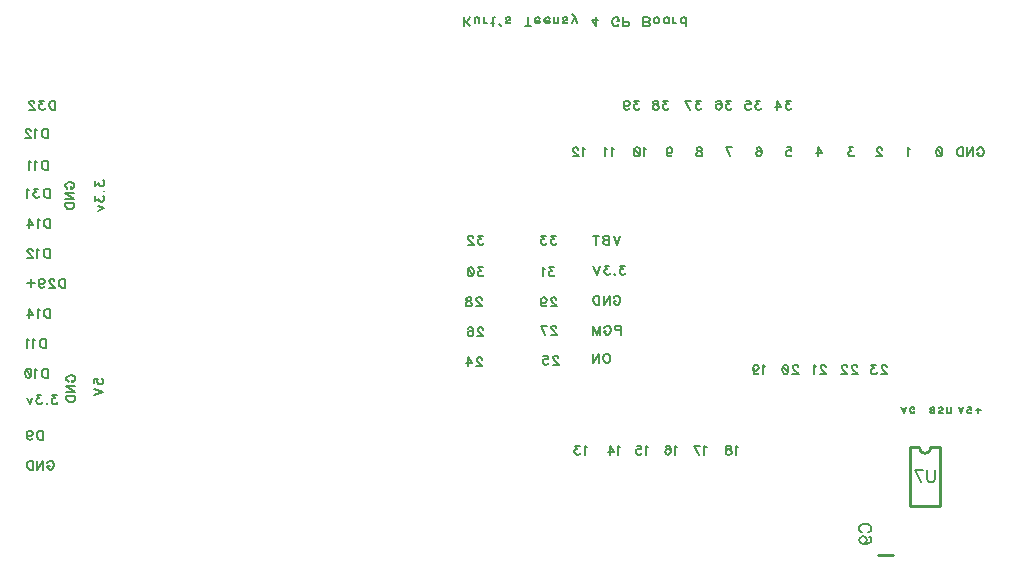
<source format=gbo>
G04 DipTrace 3.3.1.3*
G04 Teensy4.0TouchDisplayLoRaV0.2.gbo*
%MOIN*%
G04 #@! TF.FileFunction,Legend,Bot*
G04 #@! TF.Part,Single*
%ADD10C,0.009843*%
%ADD138C,0.006176*%
%ADD139C,0.007*%
%FSLAX26Y26*%
G04*
G70*
G90*
G75*
G01*
G04 BotSilk*
%LPD*%
X3386468Y521167D2*
D10*
X3437609D1*
X3594888Y879579D2*
Y682724D1*
X3492512Y879579D2*
Y682724D1*
X3594888D2*
X3492512D1*
X3563394Y879579D2*
X3594888D1*
X3524006D2*
X3492512D1*
X3563394D2*
G02X3524006Y879579I-19694J9D01*
G01*
X3333483Y596318D2*
D138*
X3329681Y598220D1*
X3325834Y602066D1*
X3323933Y605869D1*
Y613518D1*
X3325834Y617365D1*
X3329681Y621167D1*
X3333483Y623113D1*
X3339231Y625014D1*
X3348826D1*
X3354530Y623113D1*
X3358377Y621167D1*
X3362179Y617365D1*
X3364125Y613518D1*
Y605869D1*
X3362179Y602066D1*
X3358377Y598220D1*
X3354530Y596318D1*
X3337330Y559074D2*
X3343078Y561019D1*
X3346925Y564822D1*
X3348826Y570570D1*
Y572471D1*
X3346925Y578219D1*
X3343078Y582021D1*
X3337330Y583967D1*
X3335429D1*
X3329681Y582021D1*
X3325878Y578219D1*
X3323977Y572471D1*
Y570570D1*
X3325878Y564822D1*
X3329681Y561019D1*
X3337330Y559074D1*
X3346925D1*
X3356475Y561019D1*
X3362223Y564822D1*
X3364125Y570570D1*
Y574372D1*
X3362223Y580120D1*
X3358377Y582021D1*
X3576670Y803657D2*
Y774961D1*
X3574769Y769213D1*
X3570922Y765411D1*
X3565174Y763465D1*
X3561372D1*
X3555624Y765411D1*
X3551777Y769213D1*
X3549876Y774961D1*
Y803657D1*
X3529875Y763465D2*
X3510730Y803613D1*
X3537524D1*
X2008251Y2283129D2*
D139*
Y2313273D1*
X2028347Y2283129D2*
X2008251Y2303225D1*
X2015414Y2296029D2*
X2028347Y2313273D1*
X2042347Y2293177D2*
Y2307536D1*
X2043773Y2311814D1*
X2046658Y2313273D1*
X2050969D1*
X2053821Y2311814D1*
X2058132Y2307536D1*
Y2293177D2*
Y2313273D1*
X2072132Y2293177D2*
Y2313273D1*
Y2301799D2*
X2073591Y2297488D1*
X2076443Y2294603D1*
X2079328Y2293177D1*
X2083639D1*
X2101950Y2283129D2*
Y2307536D1*
X2103376Y2311814D1*
X2106261Y2313273D1*
X2109113D1*
X2097639Y2293177D2*
X2107687D1*
X2130309Y2283162D2*
X2123113Y2291784D1*
X2131735Y2284588D1*
X2130309Y2283162D1*
X2161520Y2297488D2*
X2160094Y2294603D1*
X2155783Y2293177D1*
X2151472D1*
X2147161Y2294603D1*
X2145735Y2297488D1*
X2147161Y2300340D1*
X2150046Y2301799D1*
X2157209Y2303225D1*
X2160094Y2304651D1*
X2161520Y2307536D1*
Y2308962D1*
X2160094Y2311814D1*
X2155783Y2313273D1*
X2151472D1*
X2147161Y2311814D1*
X2145735Y2308962D1*
X2219465Y2283129D2*
Y2313273D1*
X2209417Y2283129D2*
X2229513D1*
X2243513Y2301799D2*
X2260724D1*
Y2298914D1*
X2259298Y2296029D1*
X2257872Y2294603D1*
X2254987Y2293177D1*
X2250676D1*
X2247824Y2294603D1*
X2244939Y2297488D1*
X2243513Y2301799D1*
Y2304651D1*
X2244939Y2308962D1*
X2247824Y2311814D1*
X2250676Y2313273D1*
X2254987D1*
X2257872Y2311814D1*
X2260724Y2308962D1*
X2274724Y2301799D2*
X2291935D1*
Y2298914D1*
X2290509Y2296029D1*
X2289083Y2294603D1*
X2286198Y2293177D1*
X2281887D1*
X2279035Y2294603D1*
X2276150Y2297488D1*
X2274724Y2301799D1*
Y2304651D1*
X2276150Y2308962D1*
X2279035Y2311814D1*
X2281887Y2313273D1*
X2286198D1*
X2289083Y2311814D1*
X2291935Y2308962D1*
X2305935Y2293177D2*
Y2313273D1*
Y2298914D2*
X2310246Y2294603D1*
X2313131Y2293177D1*
X2317409D1*
X2320294Y2294603D1*
X2321720Y2298914D1*
Y2313273D1*
X2351505Y2297488D2*
X2350079Y2294603D1*
X2345768Y2293177D1*
X2341457D1*
X2337146Y2294603D1*
X2335720Y2297488D1*
X2337146Y2300340D1*
X2340031Y2301799D1*
X2347194Y2303225D1*
X2350079Y2304651D1*
X2351505Y2307536D1*
Y2308962D1*
X2350079Y2311814D1*
X2345768Y2313273D1*
X2341457D1*
X2337146Y2311814D1*
X2335720Y2308962D1*
X2366964Y2293177D2*
X2375553Y2313273D1*
X2372701Y2319010D1*
X2369816Y2321895D1*
X2366964Y2323321D1*
X2365505D1*
X2384175Y2293177D2*
X2375553Y2313273D1*
X2446431D2*
Y2283162D1*
X2432072Y2303225D1*
X2453594D1*
X2523013Y2290292D2*
X2521587Y2287440D1*
X2518702Y2284555D1*
X2515850Y2283129D1*
X2510113D1*
X2507228Y2284555D1*
X2504376Y2287440D1*
X2502917Y2290292D1*
X2501491Y2294603D1*
Y2301799D1*
X2502917Y2306077D1*
X2504376Y2308962D1*
X2507228Y2311814D1*
X2510113Y2313273D1*
X2515850D1*
X2518702Y2311814D1*
X2521587Y2308962D1*
X2523013Y2306077D1*
Y2301799D1*
X2515850D1*
X2537013Y2298914D2*
X2549946D1*
X2554224Y2297488D1*
X2555683Y2296029D1*
X2557109Y2293177D1*
Y2288866D1*
X2555683Y2286014D1*
X2554224Y2284555D1*
X2549946Y2283129D1*
X2537013D1*
Y2313273D1*
X2605006Y2283129D2*
Y2313273D1*
X2617939D1*
X2622250Y2311814D1*
X2623676Y2310388D1*
X2625102Y2307536D1*
Y2303225D1*
X2623676Y2300340D1*
X2622250Y2298914D1*
X2617939Y2297488D1*
X2622250Y2296029D1*
X2623676Y2294603D1*
X2625102Y2291751D1*
Y2288866D1*
X2623676Y2286014D1*
X2622250Y2284555D1*
X2617939Y2283129D1*
X2605006D1*
Y2297488D2*
X2617939D1*
X2646265Y2293177D2*
X2643413Y2294603D1*
X2640528Y2297488D1*
X2639102Y2301799D1*
Y2304651D1*
X2640528Y2308962D1*
X2643413Y2311814D1*
X2646265Y2313273D1*
X2650576D1*
X2653461Y2311814D1*
X2656313Y2308962D1*
X2657772Y2304651D1*
Y2301799D1*
X2656313Y2297488D1*
X2653461Y2294603D1*
X2650576Y2293177D1*
X2646265D1*
X2688983D2*
Y2313273D1*
Y2297488D2*
X2686131Y2294603D1*
X2683246Y2293177D1*
X2678968D1*
X2676083Y2294603D1*
X2673231Y2297488D1*
X2671772Y2301799D1*
Y2304651D1*
X2673231Y2308962D1*
X2676083Y2311814D1*
X2678968Y2313273D1*
X2683246D1*
X2686131Y2311814D1*
X2688983Y2308962D1*
X2702983Y2293177D2*
Y2313273D1*
Y2301799D2*
X2704442Y2297488D1*
X2707294Y2294603D1*
X2710179Y2293177D1*
X2714490D1*
X2745701Y2283129D2*
Y2313273D1*
Y2297488D2*
X2742849Y2294603D1*
X2739964Y2293177D1*
X2735653D1*
X2732801Y2294603D1*
X2729916Y2297488D1*
X2728490Y2301799D1*
Y2304651D1*
X2729916Y2308962D1*
X2732801Y2311814D1*
X2735653Y2313273D1*
X2739964D1*
X2742849Y2311814D1*
X2745701Y2308962D1*
X644471Y2035667D2*
Y2005523D1*
X634423D1*
X630112Y2006983D1*
X627227Y2009834D1*
X625801Y2012720D1*
X624375Y2016997D1*
Y2024193D1*
X625801Y2028505D1*
X627227Y2031356D1*
X630112Y2034241D1*
X634423Y2035667D1*
X644471D1*
X607490Y2035634D2*
X591738D1*
X600327Y2024160D1*
X596016D1*
X593164Y2022734D1*
X591738Y2021308D1*
X590279Y2016997D1*
Y2014145D1*
X591738Y2009834D1*
X594590Y2006949D1*
X598901Y2005523D1*
X603212D1*
X607490Y2006949D1*
X608916Y2008409D1*
X610375Y2011260D1*
X574820Y2028471D2*
Y2029897D1*
X573394Y2032782D1*
X571968Y2034208D1*
X569083Y2035634D1*
X563346D1*
X560494Y2034208D1*
X559068Y2032782D1*
X557609Y2029897D1*
Y2027045D1*
X559068Y2024160D1*
X561920Y2019882D1*
X576279Y2005523D1*
X556183D1*
X619072Y1941927D2*
Y1911783D1*
X609024D1*
X604713Y1913242D1*
X601828Y1916094D1*
X600402Y1918979D1*
X598976Y1923257D1*
Y1930453D1*
X600402Y1934764D1*
X601828Y1937616D1*
X604713Y1940501D1*
X609024Y1941927D1*
X619072D1*
X584976Y1936157D2*
X582091Y1937616D1*
X577780Y1941894D1*
Y1911783D1*
X562321Y1934731D2*
Y1936157D1*
X560895Y1939042D1*
X559469Y1940468D1*
X556584Y1941894D1*
X550847D1*
X547995Y1940468D1*
X546569Y1939042D1*
X545110Y1936157D1*
Y1933305D1*
X546569Y1930420D1*
X549421Y1926142D1*
X563780Y1911783D1*
X543684D1*
X618671Y1835688D2*
Y1805544D1*
X608623D1*
X604312Y1807004D1*
X601427Y1809855D1*
X600001Y1812741D1*
X598575Y1817018D1*
Y1824214D1*
X600001Y1828526D1*
X601427Y1831377D1*
X604312Y1834262D1*
X608623Y1835688D1*
X618671D1*
X584575Y1829918D2*
X581690Y1831377D1*
X577379Y1835655D1*
Y1805544D1*
X563379Y1829918D2*
X560494Y1831377D1*
X556183Y1835655D1*
Y1805544D1*
X625322Y1741948D2*
Y1711804D1*
X615274D1*
X610963Y1713263D1*
X608078Y1716115D1*
X606652Y1719000D1*
X605226Y1723278D1*
Y1730474D1*
X606652Y1734785D1*
X608078Y1737637D1*
X610963Y1740522D1*
X615274Y1741948D1*
X625322D1*
X588341Y1741915D2*
X572589D1*
X581178Y1730441D1*
X576867D1*
X574015Y1729015D1*
X572589Y1727589D1*
X571130Y1723278D1*
Y1720426D1*
X572589Y1716115D1*
X575441Y1713230D1*
X579752Y1711804D1*
X584063D1*
X588341Y1713230D1*
X589767Y1714689D1*
X591226Y1717541D1*
X557130Y1736178D2*
X554245Y1737637D1*
X549934Y1741915D1*
Y1711804D1*
X626748Y1641959D2*
Y1611815D1*
X616700D1*
X612389Y1613274D1*
X609504Y1616126D1*
X608078Y1619011D1*
X606652Y1623289D1*
Y1630485D1*
X608078Y1634796D1*
X609504Y1637648D1*
X612389Y1640533D1*
X616700Y1641959D1*
X626748D1*
X592652Y1636189D2*
X589767Y1637648D1*
X585456Y1641926D1*
Y1611815D1*
X557097D2*
Y1641926D1*
X571456Y1621863D1*
X549934D1*
X625322Y1541969D2*
Y1511825D1*
X615274D1*
X610963Y1513284D1*
X608078Y1516136D1*
X606652Y1519021D1*
X605226Y1523299D1*
Y1530495D1*
X606652Y1534806D1*
X608078Y1537658D1*
X610963Y1540543D1*
X615274Y1541969D1*
X625322D1*
X591226Y1536199D2*
X588341Y1537658D1*
X584030Y1541936D1*
Y1511825D1*
X568570Y1534773D2*
Y1536199D1*
X567145Y1539084D1*
X565719Y1540510D1*
X562834Y1541936D1*
X557097D1*
X554245Y1540510D1*
X552819Y1539084D1*
X551360Y1536199D1*
Y1533347D1*
X552819Y1530462D1*
X555671Y1526184D1*
X570030Y1511825D1*
X549934D1*
X676629Y1441980D2*
Y1411836D1*
X666581D1*
X662270Y1413295D1*
X659385Y1416147D1*
X657959Y1419032D1*
X656533Y1423310D1*
Y1430506D1*
X657959Y1434817D1*
X659385Y1437669D1*
X662270Y1440554D1*
X666581Y1441980D1*
X676629D1*
X641074Y1434784D2*
Y1436210D1*
X639648Y1439095D1*
X638222Y1440521D1*
X635337Y1441947D1*
X629600D1*
X626748Y1440521D1*
X625322Y1439095D1*
X623863Y1436210D1*
Y1433358D1*
X625322Y1430473D1*
X628174Y1426195D1*
X642533Y1411836D1*
X622437D1*
X589767Y1431932D2*
X591226Y1427621D1*
X594078Y1424736D1*
X598389Y1423310D1*
X599815D1*
X604126Y1424736D1*
X606978Y1427621D1*
X608437Y1431932D1*
Y1433358D1*
X606978Y1437669D1*
X604126Y1440521D1*
X599815Y1441947D1*
X598389D1*
X594078Y1440521D1*
X591226Y1437669D1*
X589767Y1431932D1*
Y1424736D1*
X591226Y1417573D1*
X594078Y1413262D1*
X598389Y1411836D1*
X601241D1*
X605552Y1413262D1*
X606978Y1416147D1*
X562867Y1439808D2*
Y1413975D1*
X575767Y1426875D2*
X549934D1*
X626748Y1341990D2*
Y1311846D1*
X616700D1*
X612389Y1313305D1*
X609504Y1316157D1*
X608078Y1319042D1*
X606652Y1323320D1*
Y1330516D1*
X608078Y1334827D1*
X609504Y1337679D1*
X612389Y1340564D1*
X616700Y1341990D1*
X626748D1*
X592652Y1336220D2*
X589767Y1337679D1*
X585456Y1341957D1*
Y1311846D1*
X557097D2*
Y1341957D1*
X571456Y1321894D1*
X549934D1*
X612422Y1242001D2*
Y1211857D1*
X602374D1*
X598063Y1213316D1*
X595178Y1216168D1*
X593752Y1219053D1*
X592326Y1223331D1*
Y1230527D1*
X593752Y1234838D1*
X595178Y1237690D1*
X598063Y1240575D1*
X602374Y1242001D1*
X612422D1*
X578326Y1236231D2*
X575441Y1237690D1*
X571130Y1241968D1*
Y1211857D1*
X557130Y1236231D2*
X554245Y1237690D1*
X549934Y1241968D1*
Y1211857D1*
X619072Y1142011D2*
Y1111867D1*
X609024D1*
X604713Y1113326D1*
X601828Y1116178D1*
X600402Y1119063D1*
X598976Y1123341D1*
Y1130537D1*
X600402Y1134848D1*
X601828Y1137700D1*
X604713Y1140585D1*
X609024Y1142011D1*
X619072D1*
X584976Y1136241D2*
X582091Y1137700D1*
X577780Y1141978D1*
Y1111867D1*
X555158Y1141978D2*
X559469Y1140552D1*
X562354Y1136241D1*
X563780Y1129078D1*
Y1124767D1*
X562354Y1117604D1*
X559469Y1113293D1*
X555158Y1111867D1*
X552306D1*
X547995Y1113293D1*
X545143Y1117604D1*
X543684Y1124767D1*
Y1129078D1*
X545143Y1136241D1*
X547995Y1140552D1*
X552306Y1141978D1*
X555158D1*
X545143Y1136241D2*
X562354Y1117604D1*
X649337Y1054487D2*
X633585D1*
X642174Y1043013D1*
X637863D1*
X635011Y1041587D1*
X633585Y1040161D1*
X632126Y1035850D1*
Y1032999D1*
X633585Y1028687D1*
X636437Y1025802D1*
X640748Y1024376D1*
X645059D1*
X649337Y1025802D1*
X650762Y1027262D1*
X652222Y1030113D1*
X616700Y1027262D2*
X618126Y1025802D1*
X616700Y1024376D1*
X615241Y1025802D1*
X616700Y1027262D1*
X598355Y1054487D2*
X582604D1*
X591193Y1043013D1*
X586882D1*
X584030Y1041587D1*
X582604Y1040161D1*
X581145Y1035850D1*
Y1032999D1*
X582604Y1028687D1*
X585456Y1025802D1*
X589767Y1024376D1*
X594078D1*
X598355Y1025802D1*
X599781Y1027262D1*
X601241Y1030113D1*
X567145Y1044472D2*
X558522Y1024376D1*
X549934Y1044472D1*
X602700Y935783D2*
Y905639D1*
X592652D1*
X588341Y907098D1*
X585456Y909950D1*
X584030Y912835D1*
X582604Y917113D1*
Y924309D1*
X584030Y928620D1*
X585456Y931472D1*
X588341Y934357D1*
X592652Y935783D1*
X602700D1*
X549934Y925735D2*
X551393Y921424D1*
X554245Y918539D1*
X558556Y917113D1*
X559982D1*
X564293Y918539D1*
X567145Y921424D1*
X568604Y925735D1*
Y927161D1*
X567145Y931472D1*
X564293Y934324D1*
X559982Y935750D1*
X558556D1*
X554245Y934324D1*
X551393Y931472D1*
X549934Y925735D1*
Y918539D1*
X551393Y911376D1*
X554245Y907065D1*
X558556Y905639D1*
X561408D1*
X565719Y907065D1*
X567145Y909950D1*
X618126Y828630D2*
X619552Y831482D1*
X622437Y834367D1*
X625289Y835793D1*
X631026D1*
X633911Y834367D1*
X636762Y831482D1*
X638222Y828630D1*
X639648Y824319D1*
Y817123D1*
X638222Y812846D1*
X636762Y809960D1*
X633911Y807109D1*
X631026Y805649D1*
X625289D1*
X622437Y807109D1*
X619552Y809960D1*
X618126Y812846D1*
Y817123D1*
X625289D1*
X584030Y835793D2*
Y805649D1*
X604126Y835793D1*
Y805649D1*
X570030Y835793D2*
Y805649D1*
X559982D1*
X555671Y807109D1*
X552786Y809960D1*
X551360Y812846D1*
X549934Y817123D1*
Y824319D1*
X551360Y828630D1*
X552786Y831482D1*
X555671Y834367D1*
X559982Y835793D1*
X570030D1*
X2416034Y880018D2*
X2413149Y881477D1*
X2408838Y885755D1*
Y855644D1*
X2391953Y885755D2*
X2376201D1*
X2384790Y874281D1*
X2380479D1*
X2377627Y872855D1*
X2376201Y871429D1*
X2374742Y867118D1*
Y864266D1*
X2376201Y859955D1*
X2379053Y857070D1*
X2383364Y855644D1*
X2387675D1*
X2391953Y857070D1*
X2393379Y858529D1*
X2394838Y861381D1*
X2528257Y880018D2*
X2525372Y881477D1*
X2521061Y885755D1*
Y855644D1*
X2492702D2*
Y885755D1*
X2507061Y865692D1*
X2485539D1*
X2620304Y880018D2*
X2617419Y881477D1*
X2613108Y885755D1*
Y855644D1*
X2581897Y885755D2*
X2596223D1*
X2597649Y872855D1*
X2596223Y874281D1*
X2591912Y875740D1*
X2587634D1*
X2583323Y874281D1*
X2580438Y871429D1*
X2579012Y867118D1*
Y864266D1*
X2580438Y859955D1*
X2583323Y857070D1*
X2587634Y855644D1*
X2591912D1*
X2596223Y857070D1*
X2597649Y858529D1*
X2599108Y861381D1*
X2717143Y880018D2*
X2714258Y881477D1*
X2709947Y885755D1*
Y855644D1*
X2678736Y881477D2*
X2680162Y884329D1*
X2684473Y885755D1*
X2687325D1*
X2691636Y884329D1*
X2694521Y880018D1*
X2695947Y872855D1*
Y865692D1*
X2694521Y859955D1*
X2691636Y857070D1*
X2687325Y855644D1*
X2685899D1*
X2681621Y857070D1*
X2678736Y859955D1*
X2677310Y864266D1*
Y865692D1*
X2678736Y870003D1*
X2681621Y872855D1*
X2685899Y874281D1*
X2687325D1*
X2691636Y872855D1*
X2694521Y870003D1*
X2695947Y865692D1*
X2815441Y880018D2*
X2812556Y881477D1*
X2808245Y885755D1*
Y855644D1*
X2788508D2*
X2774149Y885755D1*
X2794245D1*
X2919955Y880018D2*
X2917070Y881477D1*
X2912759Y885755D1*
Y855644D1*
X2891596Y885755D2*
X2895874Y884329D1*
X2897333Y881477D1*
Y878592D1*
X2895874Y875740D1*
X2893022Y874281D1*
X2887285Y872855D1*
X2882974Y871429D1*
X2880122Y868544D1*
X2878696Y865692D1*
Y861381D1*
X2880122Y858529D1*
X2881548Y857070D1*
X2885859Y855644D1*
X2891596D1*
X2895874Y857070D1*
X2897333Y858529D1*
X2898759Y861381D1*
Y865692D1*
X2897333Y868544D1*
X2894448Y871429D1*
X2890170Y872855D1*
X2884433Y874281D1*
X2881548Y875740D1*
X2880122Y878592D1*
Y881477D1*
X2881548Y884329D1*
X2885859Y885755D1*
X2891596D1*
X3010577Y1148740D2*
X3007692Y1150199D1*
X3003381Y1154477D1*
Y1124366D1*
X2970710Y1144462D2*
X2972170Y1140151D1*
X2975022Y1137266D1*
X2979333Y1135840D1*
X2980758D1*
X2985070Y1137266D1*
X2987921Y1140151D1*
X2989381Y1144462D1*
Y1145888D1*
X2987921Y1150199D1*
X2985070Y1153051D1*
X2980758Y1154477D1*
X2979333D1*
X2975022Y1153051D1*
X2972170Y1150199D1*
X2970710Y1144462D1*
Y1137266D1*
X2972170Y1130103D1*
X2975022Y1125792D1*
X2979333Y1124366D1*
X2982184D1*
X2986495Y1125792D1*
X2987921Y1128677D1*
X3120315Y1147314D2*
Y1148740D1*
X3118889Y1151625D1*
X3117463Y1153051D1*
X3114578Y1154477D1*
X3108841D1*
X3105989Y1153051D1*
X3104563Y1151625D1*
X3103104Y1148740D1*
Y1145888D1*
X3104563Y1143003D1*
X3107415Y1138725D1*
X3121774Y1124366D1*
X3101678D1*
X3079056Y1154477D2*
X3083367Y1153051D1*
X3086252Y1148740D1*
X3087678Y1141577D1*
Y1137266D1*
X3086252Y1130103D1*
X3083367Y1125792D1*
X3079056Y1124366D1*
X3076204D1*
X3071893Y1125792D1*
X3069041Y1130103D1*
X3067582Y1137266D1*
Y1141577D1*
X3069041Y1148740D1*
X3071893Y1153051D1*
X3076204Y1154477D1*
X3079056D1*
X3069041Y1148740D2*
X3086252Y1130103D1*
X3212362Y1147314D2*
Y1148740D1*
X3210936Y1151625D1*
X3209510Y1153051D1*
X3206625Y1154477D1*
X3200888D1*
X3198037Y1153051D1*
X3196611Y1151625D1*
X3195151Y1148740D1*
Y1145888D1*
X3196611Y1143003D1*
X3199462Y1138725D1*
X3213821Y1124366D1*
X3193725D1*
X3179725Y1148740D2*
X3176840Y1150199D1*
X3172529Y1154477D1*
Y1124366D1*
X3317311Y1147314D2*
Y1148740D1*
X3315885Y1151625D1*
X3314459Y1153051D1*
X3311574Y1154477D1*
X3305837D1*
X3302985Y1153051D1*
X3301559Y1151625D1*
X3300100Y1148740D1*
Y1145888D1*
X3301559Y1143003D1*
X3304411Y1138725D1*
X3318770Y1124366D1*
X3298674D1*
X3283215Y1147314D2*
Y1148740D1*
X3281789Y1151625D1*
X3280363Y1153051D1*
X3277478Y1154477D1*
X3271741D1*
X3268889Y1153051D1*
X3267463Y1151625D1*
X3266004Y1148740D1*
Y1145888D1*
X3267463Y1143003D1*
X3270315Y1138725D1*
X3284674Y1124366D1*
X3264578D1*
X3629498Y1012737D2*
Y998389D1*
X3628548Y995515D1*
X3626624Y993614D1*
X3623750Y992641D1*
X3621849D1*
X3618975Y993614D1*
X3617052Y995515D1*
X3616101Y998389D1*
Y1012737D1*
X3588704Y1009863D2*
X3590605Y1011787D1*
X3593479Y1012737D1*
X3597304D1*
X3600178Y1011787D1*
X3602101Y1009863D1*
Y1007962D1*
X3601128Y1006039D1*
X3600178Y1005088D1*
X3598276Y1004137D1*
X3592528Y1002214D1*
X3590605Y1001263D1*
X3589654Y1000291D1*
X3588704Y998389D1*
Y995515D1*
X3590605Y993614D1*
X3593479Y992641D1*
X3597304D1*
X3600178Y993614D1*
X3602101Y995515D1*
X3574704Y1012737D2*
Y992641D1*
X3566082D1*
X3563208Y993614D1*
X3562257Y994565D1*
X3561306Y996466D1*
Y999340D1*
X3562257Y1001263D1*
X3563208Y1002214D1*
X3566082Y1003165D1*
X3563208Y1004137D1*
X3562257Y1005088D1*
X3561306Y1006989D1*
Y1008913D1*
X3562257Y1010814D1*
X3563208Y1011787D1*
X3566082Y1012737D1*
X3574704D1*
Y1003165D2*
X3566082D1*
X3479939Y1014835D2*
X3472267Y994739D1*
X3464618Y1014835D1*
X3467492Y1008136D2*
X3477065D1*
X3508286Y999514D2*
X3507336Y997613D1*
X3505412Y995689D1*
X3503511Y994739D1*
X3499687D1*
X3497763Y995689D1*
X3495862Y997613D1*
X3494889Y999514D1*
X3493939Y1002388D1*
Y1007186D1*
X3494889Y1010037D1*
X3495862Y1011961D1*
X3497763Y1013862D1*
X3499687Y1014835D1*
X3503511D1*
X3505412Y1013862D1*
X3507336Y1011961D1*
X3508286Y1010037D1*
Y1007185D1*
X3503511Y1007186D1*
X3416009Y1147314D2*
Y1148740D1*
X3414583Y1151625D1*
X3413157Y1153051D1*
X3410272Y1154477D1*
X3404535D1*
X3401683Y1153051D1*
X3400257Y1151625D1*
X3398798Y1148740D1*
Y1145888D1*
X3400257Y1143003D1*
X3403109Y1138725D1*
X3417468Y1124366D1*
X3397372D1*
X3380487Y1154477D2*
X3364735D1*
X3373324Y1143003D1*
X3369013D1*
X3366161Y1141577D1*
X3364735Y1140151D1*
X3363276Y1135840D1*
Y1132988D1*
X3364735Y1128677D1*
X3367587Y1125792D1*
X3371898Y1124366D1*
X3376209D1*
X3380487Y1125792D1*
X3381913Y1127251D1*
X3383372Y1130103D1*
X3720501Y1011947D2*
Y994725D1*
X3729101Y1003325D2*
X3711879D1*
X3686405Y1013373D2*
X3695956D1*
X3696906Y1004773D1*
X3695956Y1005723D1*
X3693081Y1006696D1*
X3690230D1*
X3687356Y1005723D1*
X3685432Y1003822D1*
X3684482Y1000948D1*
Y999047D1*
X3685432Y996173D1*
X3687356Y994249D1*
X3690230Y993299D1*
X3693081D1*
X3695956Y994249D1*
X3696906Y995222D1*
X3697879Y997123D1*
X3670482Y1013395D2*
X3662832Y993299D1*
X3655183Y1013395D1*
X3186585Y1849290D2*
Y1879401D1*
X3200944Y1859338D1*
X3179422D1*
X3082225Y1879401D2*
X3096551D1*
X3097977Y1866501D1*
X3096551Y1867927D1*
X3092240Y1869386D1*
X3087962D1*
X3083651Y1867927D1*
X3080766Y1865075D1*
X3079340Y1860764D1*
Y1857912D1*
X3080766Y1853601D1*
X3083651Y1850716D1*
X3087962Y1849290D1*
X3092240D1*
X3096551Y1850716D1*
X3097977Y1852175D1*
X3099436Y1855027D1*
X2982144Y1875123D2*
X2983570Y1877975D1*
X2987881Y1879401D1*
X2990733D1*
X2995044Y1877975D1*
X2997929Y1873664D1*
X2999355Y1866501D1*
Y1859338D1*
X2997929Y1853601D1*
X2995044Y1850716D1*
X2990733Y1849290D1*
X2989307D1*
X2985029Y1850716D1*
X2982144Y1853601D1*
X2980718Y1857912D1*
Y1859338D1*
X2982144Y1863649D1*
X2985029Y1866501D1*
X2989307Y1867927D1*
X2990733D1*
X2995044Y1866501D1*
X2997929Y1863649D1*
X2999355Y1859338D1*
X2894995Y1849290D2*
X2880636Y1879401D1*
X2900732D1*
X2793487D2*
X2797765Y1877975D1*
X2799224Y1875123D1*
Y1872238D1*
X2797765Y1869386D1*
X2794913Y1867927D1*
X2789176Y1866501D1*
X2784865Y1865075D1*
X2782013Y1862190D1*
X2780587Y1859338D1*
Y1855027D1*
X2782013Y1852175D1*
X2783439Y1850716D1*
X2787750Y1849290D1*
X2793487D1*
X2797765Y1850716D1*
X2799224Y1852175D1*
X2800650Y1855027D1*
Y1859338D1*
X2799224Y1862190D1*
X2796339Y1865075D1*
X2792061Y1866501D1*
X2786324Y1867927D1*
X2783439Y1869386D1*
X2782013Y1872238D1*
Y1875123D1*
X2783439Y1877975D1*
X2787750Y1879401D1*
X2793487D1*
X2681931Y1869386D2*
X2683390Y1865075D1*
X2686242Y1862190D1*
X2690553Y1860764D1*
X2691979D1*
X2696290Y1862190D1*
X2699142Y1865075D1*
X2700601Y1869386D1*
Y1870812D1*
X2699142Y1875123D1*
X2696290Y1877975D1*
X2691979Y1879401D1*
X2690553D1*
X2686242Y1877975D1*
X2683390Y1875123D1*
X2681931Y1869386D1*
Y1862190D1*
X2683390Y1855027D1*
X2686242Y1850716D1*
X2690553Y1849290D1*
X2693405D1*
X2697716Y1850716D1*
X2699142Y1853601D1*
X2614444Y1873664D2*
X2611558Y1875123D1*
X2607247Y1879401D1*
Y1849290D1*
X2584625Y1879401D2*
X2588936Y1877975D1*
X2591821Y1873664D1*
X2593247Y1866501D1*
Y1862190D1*
X2591821Y1855027D1*
X2588936Y1850716D1*
X2584625Y1849290D1*
X2581773D1*
X2577462Y1850716D1*
X2574611Y1855027D1*
X2573151Y1862190D1*
Y1866501D1*
X2574611Y1873664D1*
X2577462Y1877975D1*
X2581773Y1879401D1*
X2584625D1*
X2574611Y1873664D2*
X2591821Y1855027D1*
X2505664Y1873664D2*
X2502779Y1875123D1*
X2498468Y1879401D1*
Y1849290D1*
X2484468Y1873664D2*
X2481583Y1875123D1*
X2477272Y1879401D1*
Y1849290D1*
X2409785Y1873664D2*
X2406900Y1875123D1*
X2402589Y1879401D1*
Y1849290D1*
X2387130Y1872238D2*
Y1873664D1*
X2385704Y1876549D1*
X2384278Y1877975D1*
X2381393Y1879401D1*
X2375656D1*
X2372804Y1877975D1*
X2371378Y1876549D1*
X2369919Y1873664D1*
Y1870812D1*
X2371378Y1867927D1*
X2374230Y1863649D1*
X2388589Y1849290D1*
X2368493D1*
X3304390Y1879401D2*
X3288638D1*
X3297227Y1867927D1*
X3292916D1*
X3290064Y1866501D1*
X3288638Y1865075D1*
X3287179Y1860764D1*
Y1857912D1*
X3288638Y1853601D1*
X3291490Y1850716D1*
X3295801Y1849290D1*
X3300112D1*
X3304390Y1850716D1*
X3305816Y1852175D1*
X3307275Y1855027D1*
X3399648Y1872238D2*
Y1873664D1*
X3398222Y1876549D1*
X3396796Y1877975D1*
X3393911Y1879401D1*
X3388174D1*
X3385322Y1877975D1*
X3383896Y1876549D1*
X3382437Y1873664D1*
Y1870812D1*
X3383896Y1867927D1*
X3386748Y1863649D1*
X3401107Y1849290D1*
X3381011D1*
X3494538Y1873664D2*
X3491653Y1875123D1*
X3487342Y1879401D1*
Y1849290D1*
X3592247Y1879401D2*
X3596558Y1877975D1*
X3599444Y1873664D1*
X3600869Y1866501D1*
Y1862190D1*
X3599444Y1855027D1*
X3596558Y1850716D1*
X3592247Y1849290D1*
X3589396D1*
X3585085Y1850716D1*
X3582233Y1855027D1*
X3580773Y1862190D1*
Y1866501D1*
X3582233Y1873664D1*
X3585085Y1877975D1*
X3589396Y1879401D1*
X3592247D1*
X3582233Y1873664D2*
X3599444Y1855027D1*
X3717800Y1872271D2*
X3719226Y1875123D1*
X3722111Y1878008D1*
X3724963Y1879434D1*
X3730700D1*
X3733585Y1878008D1*
X3736437Y1875123D1*
X3737896Y1872271D1*
X3739322Y1867960D1*
Y1860764D1*
X3737896Y1856486D1*
X3736437Y1853601D1*
X3733585Y1850749D1*
X3730700Y1849290D1*
X3724963D1*
X3722111Y1850749D1*
X3719226Y1853601D1*
X3717800Y1856486D1*
Y1860764D1*
X3724963D1*
X3683704Y1879434D2*
Y1849290D1*
X3703800Y1879434D1*
Y1849290D1*
X3669704Y1879434D2*
Y1849290D1*
X3659656D1*
X3655345Y1850749D1*
X3652460Y1853601D1*
X3651034Y1856486D1*
X3649608Y1860764D1*
Y1867960D1*
X3651034Y1872271D1*
X3652460Y1875123D1*
X3655345Y1878008D1*
X3659656Y1879434D1*
X3669704D1*
X2066439Y1172311D2*
Y1173737D1*
X2065013Y1176622D1*
X2063587Y1178048D1*
X2060702Y1179474D1*
X2054965D1*
X2052113Y1178048D1*
X2050687Y1176622D1*
X2049228Y1173737D1*
Y1170885D1*
X2050687Y1168000D1*
X2053539Y1163722D1*
X2067898Y1149363D1*
X2047802D1*
X2019443D2*
Y1179474D1*
X2033802Y1159411D1*
X2012280D1*
X2321236Y1178561D2*
Y1179987D1*
X2319810Y1182872D1*
X2318384Y1184298D1*
X2315499Y1185724D1*
X2309762D1*
X2306910Y1184298D1*
X2305484Y1182872D1*
X2304025Y1179987D1*
Y1177135D1*
X2305484Y1174250D1*
X2308336Y1169972D1*
X2322695Y1155613D1*
X2302599D1*
X2271388Y1185724D2*
X2285714D1*
X2287140Y1172824D1*
X2285714Y1174250D1*
X2281403Y1175709D1*
X2277125D1*
X2272814Y1174250D1*
X2269929Y1171398D1*
X2268503Y1167087D1*
Y1164235D1*
X2269929Y1159924D1*
X2272814Y1157039D1*
X2277125Y1155613D1*
X2281403D1*
X2285714Y1157039D1*
X2287140Y1158498D1*
X2288599Y1161350D1*
X2069803Y1272301D2*
Y1273727D1*
X2068377Y1276612D1*
X2066951Y1278038D1*
X2064066Y1279464D1*
X2058329D1*
X2055477Y1278038D1*
X2054051Y1276612D1*
X2052592Y1273727D1*
Y1270875D1*
X2054051Y1267990D1*
X2056903Y1263712D1*
X2071262Y1249353D1*
X2051166D1*
X2019955Y1275186D2*
X2021381Y1278038D1*
X2025692Y1279464D1*
X2028544D1*
X2032855Y1278038D1*
X2035740Y1273727D1*
X2037166Y1266564D1*
Y1259401D1*
X2035740Y1253664D1*
X2032855Y1250779D1*
X2028544Y1249353D1*
X2027118D1*
X2022840Y1250779D1*
X2019955Y1253664D1*
X2018529Y1257975D1*
Y1259401D1*
X2019955Y1263712D1*
X2022840Y1266564D1*
X2027118Y1267990D1*
X2028544D1*
X2032855Y1266564D1*
X2035740Y1263712D1*
X2037166Y1259401D1*
X2314987Y1278550D2*
Y1279976D1*
X2313561Y1282861D1*
X2312135Y1284287D1*
X2309250Y1285713D1*
X2303513D1*
X2300661Y1284287D1*
X2299235Y1282861D1*
X2297776Y1279976D1*
Y1277124D1*
X2299235Y1274239D1*
X2302087Y1269961D1*
X2316446Y1255602D1*
X2296350D1*
X2276613D2*
X2262254Y1285713D1*
X2282350D1*
X2306910Y1479443D2*
X2291158D1*
X2299747Y1467969D1*
X2295436D1*
X2292584Y1466543D1*
X2291158Y1465117D1*
X2289699Y1460806D1*
Y1457954D1*
X2291158Y1453643D1*
X2294010Y1450758D1*
X2298321Y1449332D1*
X2302632D1*
X2306910Y1450758D1*
X2308336Y1452217D1*
X2309795Y1455069D1*
X2275699Y1473706D2*
X2272814Y1475165D1*
X2268503Y1479443D1*
Y1449332D1*
X2069836Y1585682D2*
X2054085D1*
X2062673Y1574208D1*
X2058362D1*
X2055510Y1572782D1*
X2054085Y1571356D1*
X2052625Y1567045D1*
Y1564193D1*
X2054085Y1559882D1*
X2056936Y1556997D1*
X2061247Y1555571D1*
X2065558D1*
X2069836Y1556997D1*
X2071262Y1558456D1*
X2072721Y1561308D1*
X2037166Y1578519D2*
Y1579945D1*
X2035740Y1582830D1*
X2034314Y1584256D1*
X2031429Y1585682D1*
X2025692D1*
X2022840Y1584256D1*
X2021414Y1582830D1*
X2019955Y1579945D1*
Y1577093D1*
X2021414Y1574208D1*
X2024266Y1569930D1*
X2038625Y1555571D1*
X2018529D1*
X2313561Y1585682D2*
X2297809D1*
X2306398Y1574208D1*
X2302087D1*
X2299235Y1572782D1*
X2297809Y1571356D1*
X2296350Y1567045D1*
Y1564193D1*
X2297809Y1559882D1*
X2300661Y1556997D1*
X2304972Y1555571D1*
X2309283D1*
X2313561Y1556997D1*
X2314987Y1558456D1*
X2316446Y1561308D1*
X2279465Y1585682D2*
X2263713D1*
X2272302Y1574208D1*
X2267991D1*
X2265139Y1572782D1*
X2263713Y1571356D1*
X2262254Y1567045D1*
Y1564193D1*
X2263713Y1559882D1*
X2266565Y1556997D1*
X2270876Y1555571D1*
X2275187D1*
X2279465Y1556997D1*
X2280891Y1558456D1*
X2282350Y1561308D1*
X2065465Y1372290D2*
Y1373716D1*
X2064039Y1376601D1*
X2062613Y1378027D1*
X2059728Y1379453D1*
X2053991D1*
X2051139Y1378027D1*
X2049714Y1376601D1*
X2048254Y1373716D1*
Y1370864D1*
X2049714Y1367979D1*
X2052565Y1363701D1*
X2066924Y1349342D1*
X2046828D1*
X2025666Y1379453D2*
X2029943Y1378027D1*
X2031403Y1375175D1*
Y1372290D1*
X2029943Y1369438D1*
X2027091Y1367979D1*
X2021355Y1366553D1*
X2017043Y1365127D1*
X2014192Y1362242D1*
X2012766Y1359390D1*
Y1355079D1*
X2014192Y1352227D1*
X2015618Y1350768D1*
X2019929Y1349342D1*
X2025666D1*
X2029943Y1350768D1*
X2031403Y1352227D1*
X2032828Y1355079D1*
Y1359390D1*
X2031403Y1362242D1*
X2028517Y1365127D1*
X2024240Y1366553D1*
X2018503Y1367979D1*
X2015618Y1369438D1*
X2014192Y1372290D1*
Y1375175D1*
X2015618Y1378027D1*
X2019929Y1379453D1*
X2025666D1*
X2314500Y1372290D2*
Y1373716D1*
X2313074Y1376601D1*
X2311648Y1378027D1*
X2308763Y1379453D1*
X2303026D1*
X2300175Y1378027D1*
X2298749Y1376601D1*
X2297289Y1373716D1*
Y1370864D1*
X2298749Y1367979D1*
X2301600Y1363701D1*
X2315959Y1349342D1*
X2295863D1*
X2263193Y1369438D2*
X2264653Y1365127D1*
X2267504Y1362242D1*
X2271815Y1360816D1*
X2273241D1*
X2277552Y1362242D1*
X2280404Y1365127D1*
X2281863Y1369438D1*
Y1370864D1*
X2280404Y1375175D1*
X2277552Y1378027D1*
X2273241Y1379453D1*
X2271815D1*
X2267504Y1378027D1*
X2264653Y1375175D1*
X2263193Y1369438D1*
Y1362242D1*
X2264653Y1355079D1*
X2267504Y1350768D1*
X2271815Y1349342D1*
X2274667D1*
X2278978Y1350768D1*
X2280404Y1353653D1*
X2069836Y1479443D2*
X2054085D1*
X2062673Y1467969D1*
X2058362D1*
X2055510Y1466543D1*
X2054085Y1465117D1*
X2052625Y1460806D1*
Y1457954D1*
X2054085Y1453643D1*
X2056936Y1450758D1*
X2061247Y1449332D1*
X2065558D1*
X2069836Y1450758D1*
X2071262Y1452217D1*
X2072721Y1455069D1*
X2030003Y1479443D2*
X2034314Y1478017D1*
X2037199Y1473706D1*
X2038625Y1466543D1*
Y1462232D1*
X2037199Y1455069D1*
X2034314Y1450758D1*
X2030003Y1449332D1*
X2027151D1*
X2022840Y1450758D1*
X2019989Y1455069D1*
X2018529Y1462232D1*
Y1466543D1*
X2019989Y1473706D1*
X2022840Y1478017D1*
X2027151Y1479443D1*
X2030003D1*
X2019989Y1473706D2*
X2037199Y1455069D1*
X777961Y1767078D2*
Y1751326D1*
X789435Y1759915D1*
Y1755604D1*
X790861Y1752752D1*
X792287Y1751326D1*
X796598Y1749867D1*
X799450D1*
X803761Y1751326D1*
X806646Y1754178D1*
X808072Y1758489D1*
Y1762800D1*
X806646Y1767078D1*
X805187Y1768504D1*
X802335Y1769963D1*
X805187Y1734441D2*
X806646Y1735867D1*
X808072Y1734441D1*
X806646Y1732982D1*
X805187Y1734441D1*
X777961Y1716097D2*
Y1700345D1*
X789435Y1708934D1*
Y1704623D1*
X790861Y1701771D1*
X792287Y1700345D1*
X796598Y1698886D1*
X799450D1*
X803761Y1700345D1*
X806646Y1703197D1*
X808072Y1707508D1*
Y1711819D1*
X806646Y1716097D1*
X805187Y1717523D1*
X802335Y1718982D1*
X787976Y1684886D2*
X808072Y1676264D1*
X787976Y1667675D1*
X774087Y1092698D2*
Y1107024D1*
X786987Y1108450D1*
X785561Y1107024D1*
X784102Y1102713D1*
Y1098435D1*
X785561Y1094124D1*
X788413Y1091239D1*
X792724Y1089813D1*
X795576D1*
X799887Y1091239D1*
X802772Y1094124D1*
X804198Y1098435D1*
Y1102713D1*
X802772Y1107024D1*
X801313Y1108450D1*
X798461Y1109909D1*
X774054Y1075813D2*
X804198Y1064339D1*
X774054Y1052865D1*
X688564Y1098472D2*
X685712Y1099898D1*
X682827Y1102783D1*
X681401Y1105635D1*
Y1111372D1*
X682827Y1114257D1*
X685712Y1117109D1*
X688564Y1118568D1*
X692875Y1119994D1*
X700071D1*
X704348Y1118568D1*
X707234Y1117109D1*
X710085Y1114257D1*
X711545Y1111372D1*
Y1105635D1*
X710085Y1102783D1*
X707234Y1099898D1*
X704348Y1098472D1*
X700071D1*
Y1105635D1*
X681401Y1064376D2*
X711545D1*
X681401Y1084472D1*
X711545D1*
X681401Y1050376D2*
X711545D1*
Y1040328D1*
X710085Y1036017D1*
X707234Y1033132D1*
X704348Y1031706D1*
X700071Y1030280D1*
X692874D1*
X688563Y1031706D1*
X685712Y1033132D1*
X682827Y1036017D1*
X681401Y1040328D1*
Y1050376D1*
X685064Y1742154D2*
X682212Y1743580D1*
X679327Y1746466D1*
X677901Y1749317D1*
Y1755054D1*
X679327Y1757939D1*
X682212Y1760791D1*
X685064Y1762250D1*
X689375Y1763676D1*
X696571D1*
X700848Y1762250D1*
X703734Y1760791D1*
X706585Y1757939D1*
X708045Y1755054D1*
Y1749317D1*
X706585Y1746465D1*
X703734Y1743580D1*
X700848Y1742154D1*
X696571D1*
Y1749317D1*
X677901Y1708059D2*
X708045Y1708058D1*
X677901Y1728155D1*
X708045Y1728154D1*
X677901Y1694059D2*
X708045D1*
Y1684011D1*
X706585Y1679700D1*
X703734Y1676815D1*
X700848Y1675389D1*
X696571Y1673963D1*
X689374D1*
X685063Y1675389D1*
X682212Y1676815D1*
X679327Y1679700D1*
X677901Y1684011D1*
Y1694059D1*
X2485657Y1192006D2*
X2488542Y1190580D1*
X2491394Y1187695D1*
X2492853Y1184843D1*
X2494279Y1180532D1*
Y1173336D1*
X2492853Y1169058D1*
X2491394Y1166173D1*
X2488542Y1163321D1*
X2485657Y1161862D1*
X2479920D1*
X2477068Y1163321D1*
X2474183Y1166173D1*
X2472757Y1169058D1*
X2471331Y1173336D1*
Y1180532D1*
X2472757Y1184843D1*
X2474183Y1187695D1*
X2477068Y1190580D1*
X2479920Y1192006D1*
X2485657D1*
X2437235D2*
Y1161862D1*
X2457331Y1192006D1*
Y1161862D1*
X2529801Y1269961D2*
X2516868D1*
X2512590Y1271387D1*
X2511131Y1272846D1*
X2509705Y1275698D1*
Y1280009D1*
X2511131Y1282861D1*
X2512590Y1284320D1*
X2516868Y1285746D1*
X2529801D1*
Y1255602D1*
X2474183Y1278583D2*
X2475609Y1281435D1*
X2478494Y1284320D1*
X2481346Y1285746D1*
X2487083D1*
X2489968Y1284320D1*
X2492820Y1281435D1*
X2494279Y1278583D1*
X2495705Y1274272D1*
Y1267076D1*
X2494279Y1262798D1*
X2492820Y1259913D1*
X2489968Y1257061D1*
X2487083Y1255602D1*
X2481346D1*
X2478494Y1257061D1*
X2475609Y1259913D1*
X2474183Y1262798D1*
Y1267076D1*
X2481346D1*
X2437235Y1255602D2*
Y1285746D1*
X2448709Y1255602D1*
X2460183Y1285746D1*
Y1255602D1*
X2542375Y1485692D2*
X2526624D1*
X2535212Y1474218D1*
X2530901D1*
X2528049Y1472792D1*
X2526624Y1471366D1*
X2525164Y1467055D1*
Y1464203D1*
X2526624Y1459892D1*
X2529475Y1457007D1*
X2533786Y1455581D1*
X2538097D1*
X2542375Y1457007D1*
X2543801Y1458466D1*
X2545260Y1461318D1*
X2509738Y1458466D2*
X2511164Y1457007D1*
X2509738Y1455581D1*
X2508279Y1457007D1*
X2509738Y1458466D1*
X2491394Y1485692D2*
X2475642D1*
X2484231Y1474218D1*
X2479920D1*
X2477068Y1472792D1*
X2475642Y1471366D1*
X2474183Y1467055D1*
Y1464203D1*
X2475642Y1459892D1*
X2478494Y1457007D1*
X2482805Y1455581D1*
X2487116D1*
X2491394Y1457007D1*
X2492820Y1458466D1*
X2494279Y1461318D1*
X2460183Y1485725D2*
X2448709Y1455581D1*
X2437235Y1485725D1*
X2528375Y1585715D2*
X2516901Y1555571D1*
X2505427Y1585715D1*
X2491427D2*
Y1555571D1*
X2478494D1*
X2474183Y1557030D1*
X2472757Y1558456D1*
X2471331Y1561308D1*
Y1565619D1*
X2472757Y1568504D1*
X2474183Y1569930D1*
X2478494Y1571356D1*
X2474183Y1572815D1*
X2472757Y1574241D1*
X2471331Y1577093D1*
Y1579978D1*
X2472757Y1582830D1*
X2474183Y1584289D1*
X2478494Y1585715D1*
X2491427D1*
Y1571356D2*
X2478494D1*
X2447283Y1585715D2*
Y1555571D1*
X2457331Y1585715D2*
X2437235D1*
X2506367Y1378573D2*
X2507793Y1381425D1*
X2510678Y1384310D1*
X2513530Y1385736D1*
X2519267D1*
X2522152Y1384310D1*
X2525004Y1381425D1*
X2526463Y1378573D1*
X2527889Y1374262D1*
Y1367066D1*
X2526463Y1362788D1*
X2525004Y1359903D1*
X2522152Y1357051D1*
X2519267Y1355592D1*
X2513530D1*
X2510678Y1357051D1*
X2507793Y1359903D1*
X2506367Y1362788D1*
Y1367066D1*
X2513530D1*
X2472271Y1385736D2*
Y1355592D1*
X2492367Y1385736D1*
Y1355592D1*
X2458271Y1385736D2*
Y1355592D1*
X2448223D1*
X2443912Y1357051D1*
X2441027Y1359903D1*
X2439601Y1362788D1*
X2438175Y1367066D1*
Y1374262D1*
X2439601Y1378573D1*
X2441027Y1381425D1*
X2443912Y1384310D1*
X2448223Y1385736D1*
X2458271D1*
X3095945Y2035634D2*
X3080193D1*
X3088782Y2024160D1*
X3084471D1*
X3081619Y2022734D1*
X3080193Y2021308D1*
X3078734Y2016997D1*
Y2014145D1*
X3080193Y2009834D1*
X3083045Y2006949D1*
X3087356Y2005523D1*
X3091667D1*
X3095945Y2006949D1*
X3097371Y2008409D1*
X3098830Y2011260D1*
X3050375Y2005523D2*
Y2035634D1*
X3064734Y2015571D1*
X3043212D1*
X2994436Y2035634D2*
X2978684D1*
X2987273Y2024160D1*
X2982962D1*
X2980110Y2022734D1*
X2978684Y2021308D1*
X2977225Y2016997D1*
Y2014145D1*
X2978684Y2009834D1*
X2981536Y2006949D1*
X2985847Y2005523D1*
X2990158D1*
X2994436Y2006949D1*
X2995862Y2008409D1*
X2997321Y2011260D1*
X2946014Y2035634D2*
X2960340D1*
X2961766Y2022734D1*
X2960340Y2024160D1*
X2956029Y2025619D1*
X2951751D1*
X2947440Y2024160D1*
X2944555Y2021308D1*
X2943129Y2016997D1*
Y2014145D1*
X2944555Y2009834D1*
X2947440Y2006949D1*
X2951751Y2005523D1*
X2956029D1*
X2960340Y2006949D1*
X2961766Y2008409D1*
X2963225Y2011260D1*
X2896791Y2035634D2*
X2881039D1*
X2889628Y2024160D1*
X2885317D1*
X2882465Y2022734D1*
X2881039Y2021308D1*
X2879580Y2016997D1*
Y2014145D1*
X2881039Y2009834D1*
X2883891Y2006949D1*
X2888202Y2005523D1*
X2892513D1*
X2896791Y2006949D1*
X2898217Y2008409D1*
X2899676Y2011260D1*
X2848369Y2031356D2*
X2849795Y2034208D1*
X2854106Y2035634D1*
X2856958D1*
X2861269Y2034208D1*
X2864154Y2029897D1*
X2865580Y2022734D1*
Y2015571D1*
X2864154Y2009834D1*
X2861269Y2006949D1*
X2856958Y2005523D1*
X2855532D1*
X2851254Y2006949D1*
X2848369Y2009834D1*
X2846943Y2014145D1*
Y2015571D1*
X2848369Y2019882D1*
X2851254Y2022734D1*
X2855532Y2024160D1*
X2856958D1*
X2861269Y2022734D1*
X2864154Y2019882D1*
X2865580Y2015571D1*
X2795731Y2035634D2*
X2779980D1*
X2788568Y2024160D1*
X2784257D1*
X2781405Y2022734D1*
X2779980Y2021308D1*
X2778520Y2016997D1*
Y2014145D1*
X2779980Y2009834D1*
X2782831Y2006949D1*
X2787142Y2005523D1*
X2791453D1*
X2795731Y2006949D1*
X2797157Y2008409D1*
X2798616Y2011260D1*
X2758783Y2005523D2*
X2744424Y2035634D1*
X2764520D1*
X2686919D2*
X2671167D1*
X2679756Y2024160D1*
X2675445D1*
X2672593Y2022734D1*
X2671167Y2021308D1*
X2669708Y2016997D1*
Y2014145D1*
X2671167Y2009834D1*
X2674019Y2006949D1*
X2678330Y2005523D1*
X2682641D1*
X2686919Y2006949D1*
X2688345Y2008409D1*
X2689804Y2011260D1*
X2648545Y2035634D2*
X2652823Y2034208D1*
X2654282Y2031356D1*
Y2028471D1*
X2652823Y2025619D1*
X2649971Y2024160D1*
X2644234Y2022734D1*
X2639923Y2021308D1*
X2637071Y2018423D1*
X2635645Y2015571D1*
Y2011260D1*
X2637071Y2008409D1*
X2638497Y2006949D1*
X2642808Y2005523D1*
X2648545D1*
X2652823Y2006949D1*
X2654282Y2008409D1*
X2655708Y2011260D1*
Y2015571D1*
X2654282Y2018423D1*
X2651397Y2021308D1*
X2647119Y2022734D1*
X2641382Y2024160D1*
X2638497Y2025619D1*
X2637071Y2028471D1*
Y2031356D1*
X2638497Y2034208D1*
X2642808Y2035634D1*
X2648545D1*
X2589647D2*
X2573895D1*
X2582484Y2024160D1*
X2578173D1*
X2575321Y2022734D1*
X2573895Y2021308D1*
X2572436Y2016997D1*
Y2014145D1*
X2573895Y2009834D1*
X2576747Y2006949D1*
X2581058Y2005523D1*
X2585369D1*
X2589647Y2006949D1*
X2591073Y2008409D1*
X2592532Y2011260D1*
X2539766Y2025619D2*
X2541225Y2021308D1*
X2544077Y2018423D1*
X2548388Y2016997D1*
X2549814D1*
X2554125Y2018423D1*
X2556977Y2021308D1*
X2558436Y2025619D1*
Y2027045D1*
X2556977Y2031356D1*
X2554125Y2034208D1*
X2549814Y2035634D1*
X2548388D1*
X2544077Y2034208D1*
X2541225Y2031356D1*
X2539766Y2025619D1*
Y2018423D1*
X2541225Y2011260D1*
X2544077Y2006949D1*
X2548388Y2005523D1*
X2551240D1*
X2555551Y2006949D1*
X2556977Y2009834D1*
M02*

</source>
